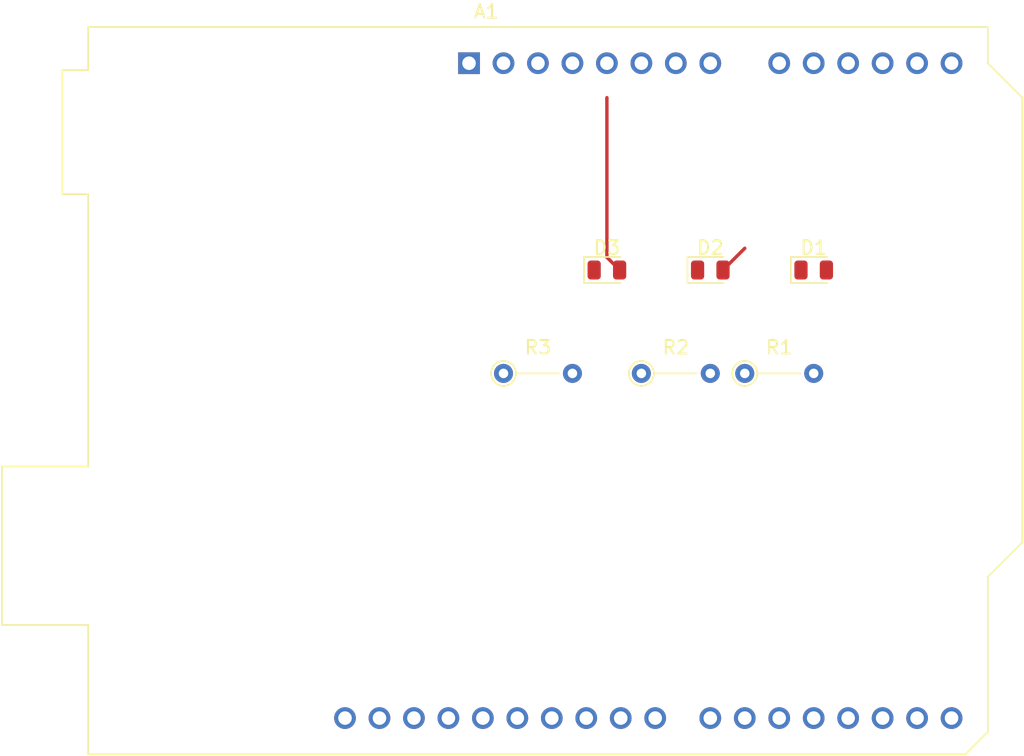
<source format=kicad_pcb>
(kicad_pcb (version 20211014) (generator pcbnew)
  (layers (0 "F.Cu" signal) (31 "B.Cu" signal) (34 "B.Paste" user) (35 "F.Paste" user) (36 "B.SilkS" user "B.Silkscreen") (37 "F.SilkS" user "F.Silkscreen") (38 "B.Mask" user) (39 "F.Mask" user) (44 "Edge.Cuts" user))
  (net 0 "")
  (net 20 "D5")
  (net 21 "D6")
  (net 22 "D7")
  (net 29 "GND")
  (net 33 "Net-(D1-Pad2)")
  (net 34 "Net-(D2-Pad2)")
  (net 35 "Net-(D3-Pad2)")
  (footprint "Resistor_THT:R_Axial_DIN0204_L3.6mm_D1.6mm_P5.08mm_Vertical" (layer "F.Cu") (at 139.7 96.52)
    (fp_text reference "R1" (at 2.54 -1.92) (layer "F.SilkS"))
    (fp_text value "220")
    (fp_line (start 0.92 0) (end 4.08 0) (layer "F.SilkS") (width 0.12))
    (fp_circle (center 0 0) (end 0.92 0) (layer "F.SilkS") (width 0.12) (fill none))
    (pad "1" thru_hole circle (at 0 0) (size 1.4 1.4) (drill 0.7) (layers *.Cu *.Mask) (net 20 "D5"))
    (pad "2" thru_hole oval (at 5.08 0) (size 1.4 1.4) (drill 0.7) (layers *.Cu *.Mask) (net 33 "Net-(D1-Pad2)"))
  )
  (footprint "Resistor_THT:R_Axial_DIN0204_L3.6mm_D1.6mm_P5.08mm_Vertical" (layer "F.Cu") (at 121.92 96.52)
    (fp_text reference "R3" (at 2.54 -1.92) (layer "F.SilkS"))
    (fp_text value "220")
    (fp_line (start 0.92 0) (end 4.08 0) (layer "F.SilkS") (width 0.12))
    (fp_circle (center 0 0) (end 0.92 0) (layer "F.SilkS") (width 0.12) (fill none))
    (pad "1" thru_hole circle (at 0 0) (size 1.4 1.4) (drill 0.7) (layers *.Cu *.Mask) (net 22 "D7"))
    (pad "2" thru_hole oval (at 5.08 0) (size 1.4 1.4) (drill 0.7) (layers *.Cu *.Mask) (net 35 "Net-(D3-Pad2)"))
  )
  (footprint "LED_SMD:LED_0805_2012Metric" (layer "F.Cu") (at 129.54 88.9)
    (fp_text reference "D3" (at 0 -1.65) (layer "F.SilkS"))
    (fp_text value "LED")
    (fp_line (start 1 -0.96) (end -1.685 -0.96) (layer "F.SilkS") (width 0.12))
    (fp_line (start -1.685 -0.96) (end -1.685 0.96) (layer "F.SilkS") (width 0.12))
    (fp_line (start -1.685 0.96) (end 1 0.96) (layer "F.SilkS") (width 0.12))
    (pad "1" smd roundrect (at -0.9375 0) (size 0.975 1.4) (layers "F.Cu" "F.Paste" "F.Mask") (net 29 "GND"))
    (pad "2" smd roundrect (at 0.9375 0) (size 0.975 1.4) (layers "F.Cu" "F.Paste" "F.Mask") (net 35 "Net-(D3-Pad2)"))
  )
  (footprint "LED_SMD:LED_0805_2012Metric" (layer "F.Cu") (at 137.16 88.9)
    (fp_text reference "D2" (at 0 -1.65) (layer "F.SilkS"))
    (fp_text value "LED")
    (fp_line (start 1 -0.96) (end -1.685 -0.96) (layer "F.SilkS") (width 0.12))
    (fp_line (start -1.685 0.96) (end 1 0.96) (layer "F.SilkS") (width 0.12))
    (fp_line (start -1.685 -0.96) (end -1.685 0.96) (layer "F.SilkS") (width 0.12))
    (pad "1" smd roundrect (at -0.9375 0) (size 0.975 1.4) (layers "F.Cu" "F.Paste" "F.Mask") (net 29 "GND"))
    (pad "2" smd roundrect (at 0.9375 0) (size 0.975 1.4) (layers "F.Cu" "F.Paste" "F.Mask") (net 34 "Net-(D2-Pad2)"))
  )
  (footprint "Module:Arduino_UNO_R3" (layer "F.Cu") (at 119.38 73.66)
    (fp_text reference "A1" (at 1.27 -3.81 180) (layer "F.SilkS"))
    (fp_text value "Arduino_UNO_R3")
    (fp_line (start -28.07 0.51) (end -29.97 0.51) (layer "F.SilkS") (width 0.12))
    (fp_line (start 36.58 50.93) (end 38.23 49.28) (layer "F.SilkS") (width 0.12))
    (fp_line (start -28.07 -2.67) (end -28.07 0.51) (layer "F.SilkS") (width 0.12))
    (fp_line (start -34.42 41.4) (end -28.07 41.4) (layer "F.SilkS") (width 0.12))
    (fp_line (start 38.23 37.85) (end 40.77 35.31) (layer "F.SilkS") (width 0.12))
    (fp_line (start -29.97 9.65) (end -28.07 9.65) (layer "F.SilkS") (width 0.12))
    (fp_line (start -34.42 29.72) (end -34.42 41.4) (layer "F.SilkS") (width 0.12))
    (fp_line (start 40.77 35.31) (end 40.77 2.54) (layer "F.SilkS") (width 0.12))
    (fp_line (start -28.07 41.4) (end -28.07 50.93) (layer "F.SilkS") (width 0.12))
    (fp_line (start -28.07 9.65) (end -28.07 29.72) (layer "F.SilkS") (width 0.12))
    (fp_line (start -28.07 50.93) (end 36.58 50.93) (layer "F.SilkS") (width 0.12))
    (fp_line (start 40.77 2.54) (end 38.23 0) (layer "F.SilkS") (width 0.12))
    (fp_line (start 38.23 0) (end 38.23 -2.67) (layer "F.SilkS") (width 0.12))
    (fp_line (start 38.23 -2.67) (end -28.07 -2.67) (layer "F.SilkS") (width 0.12))
    (fp_line (start 38.23 49.28) (end 38.23 37.85) (layer "F.SilkS") (width 0.12))
    (fp_line (start -28.07 29.72) (end -34.42 29.72) (layer "F.SilkS") (width 0.12))
    (fp_line (start -29.97 0.51) (end -29.97 9.65) (layer "F.SilkS") (width 0.12))
    (pad "1" thru_hole rect (at 0 0 90) (size 1.6 1.6) (drill 1) (layers *.Cu *.Mask))
    (pad "2" thru_hole oval (at 2.54 0 90) (size 1.6 1.6) (drill 1) (layers *.Cu *.Mask))
    (pad "3" thru_hole oval (at 5.08 0 90) (size 1.6 1.6) (drill 1) (layers *.Cu *.Mask))
    (pad "4" thru_hole oval (at 7.62 0 90) (size 1.6 1.6) (drill 1) (layers *.Cu *.Mask))
    (pad "5" thru_hole oval (at 10.16 0 90) (size 1.6 1.6) (drill 1) (layers *.Cu *.Mask))
    (pad "6" thru_hole oval (at 12.7 0 90) (size 1.6 1.6) (drill 1) (layers *.Cu *.Mask))
    (pad "7" thru_hole oval (at 15.24 0 90) (size 1.6 1.6) (drill 1) (layers *.Cu *.Mask))
    (pad "8" thru_hole oval (at 17.78 0 90) (size 1.6 1.6) (drill 1) (layers *.Cu *.Mask))
    (pad "9" thru_hole oval (at 22.86 0 90) (size 1.6 1.6) (drill 1) (layers *.Cu *.Mask))
    (pad "10" thru_hole oval (at 25.4 0 90) (size 1.6 1.6) (drill 1) (layers *.Cu *.Mask))
    (pad "11" thru_hole oval (at 27.94 0 90) (size 1.6 1.6) (drill 1) (layers *.Cu *.Mask))
    (pad "12" thru_hole oval (at 30.48 0 90) (size 1.6 1.6) (drill 1) (layers *.Cu *.Mask))
    (pad "13" thru_hole oval (at 33.02 0 90) (size 1.6 1.6) (drill 1) (layers *.Cu *.Mask))
    (pad "14" thru_hole oval (at 35.56 0 90) (size 1.6 1.6) (drill 1) (layers *.Cu *.Mask))
    (pad "15" thru_hole oval (at 35.56 48.26 90) (size 1.6 1.6) (drill 1) (layers *.Cu *.Mask))
    (pad "16" thru_hole oval (at 33.02 48.26 90) (size 1.6 1.6) (drill 1) (layers *.Cu *.Mask))
    (pad "17" thru_hole oval (at 30.48 48.26 90) (size 1.6 1.6) (drill 1) (layers *.Cu *.Mask))
    (pad "18" thru_hole oval (at 27.94 48.26 90) (size 1.6 1.6) (drill 1) (layers *.Cu *.Mask))
    (pad "19" thru_hole oval (at 25.4 48.26 90) (size 1.6 1.6) (drill 1) (layers *.Cu *.Mask))
    (pad "20" thru_hole oval (at 22.86 48.26 90) (size 1.6 1.6) (drill 1) (layers *.Cu *.Mask) (net 20 "D5"))
    (pad "21" thru_hole oval (at 20.32 48.26 90) (size 1.6 1.6) (drill 1) (layers *.Cu *.Mask) (net 21 "D6"))
    (pad "22" thru_hole oval (at 17.78 48.26 90) (size 1.6 1.6) (drill 1) (layers *.Cu *.Mask) (net 22 "D7"))
    (pad "23" thru_hole oval (at 13.72 48.26 90) (size 1.6 1.6) (drill 1) (layers *.Cu *.Mask))
    (pad "24" thru_hole oval (at 11.18 48.26 90) (size 1.6 1.6) (drill 1) (layers *.Cu *.Mask))
    (pad "25" thru_hole oval (at 8.64 48.26 90) (size 1.6 1.6) (drill 1) (layers *.Cu *.Mask))
    (pad "26" thru_hole oval (at 6.1 48.26 90) (size 1.6 1.6) (drill 1) (layers *.Cu *.Mask))
    (pad "27" thru_hole oval (at 3.56 48.26 90) (size 1.6 1.6) (drill 1) (layers *.Cu *.Mask))
    (pad "28" thru_hole oval (at 1.02 48.26 90) (size 1.6 1.6) (drill 1) (layers *.Cu *.Mask))
    (pad "29" thru_hole oval (at -1.52 48.26 90) (size 1.6 1.6) (drill 1) (layers *.Cu *.Mask) (net 29 "GND"))
    (pad "30" thru_hole oval (at -4.06 48.26 90) (size 1.6 1.6) (drill 1) (layers *.Cu *.Mask))
    (pad "31" thru_hole oval (at -6.6 48.26 90) (size 1.6 1.6) (drill 1) (layers *.Cu *.Mask))
    (pad "32" thru_hole oval (at -9.14 48.26 90) (size 1.6 1.6) (drill 1) (layers *.Cu *.Mask))
  )
  (footprint "LED_SMD:LED_0805_2012Metric" (layer "F.Cu") (at 144.78 88.9)
    (fp_text reference "D1" (at 0 -1.65) (layer "F.SilkS"))
    (fp_text value "LED")
    (fp_line (start -1.685 -0.96) (end -1.685 0.96) (layer "F.SilkS") (width 0.12))
    (fp_line (start 1 -0.96) (end -1.685 -0.96) (layer "F.SilkS") (width 0.12))
    (fp_line (start -1.685 0.96) (end 1 0.96) (layer "F.SilkS") (width 0.12))
    (pad "1" smd roundrect (at -0.9375 0) (size 0.975 1.4) (layers "F.Cu" "F.Paste" "F.Mask") (net 29 "GND"))
    (pad "2" smd roundrect (at 0.9375 0) (size 0.975 1.4) (layers "F.Cu" "F.Paste" "F.Mask") (net 33 "Net-(D1-Pad2)"))
  )
  (footprint "Resistor_THT:R_Axial_DIN0204_L3.6mm_D1.6mm_P5.08mm_Vertical" (layer "F.Cu") (at 132.08 96.52)
    (fp_text reference "R2" (at 2.54 -1.92) (layer "F.SilkS"))
    (fp_text value "220")
    (fp_line (start 0.92 0) (end 4.08 0) (layer "F.SilkS") (width 0.12))
    (fp_circle (center 0 0) (end 0.92 0) (layer "F.SilkS") (width 0.12) (fill none))
    (pad "1" thru_hole circle (at 0 0) (size 1.4 1.4) (drill 0.7) (layers *.Cu *.Mask) (net 21 "D6"))
    (pad "2" thru_hole oval (at 5.08 0) (size 1.4 1.4) (drill 0.7) (layers *.Cu *.Mask) (net 34 "Net-(D2-Pad2)"))
  )
  (segment (start 139.7 87.2975) (end 138.0975 88.9) (width 0.25) (layer "F.Cu") (net 34))
  (segment (start 129.54 76.2) (end 129.54 87.9625) (width 0.25) (layer "F.Cu") (net 35))
  (segment (start 129.54 87.9625) (end 130.4775 88.9) (width 0.25) (layer "F.Cu") (net 35))
)
</source>
